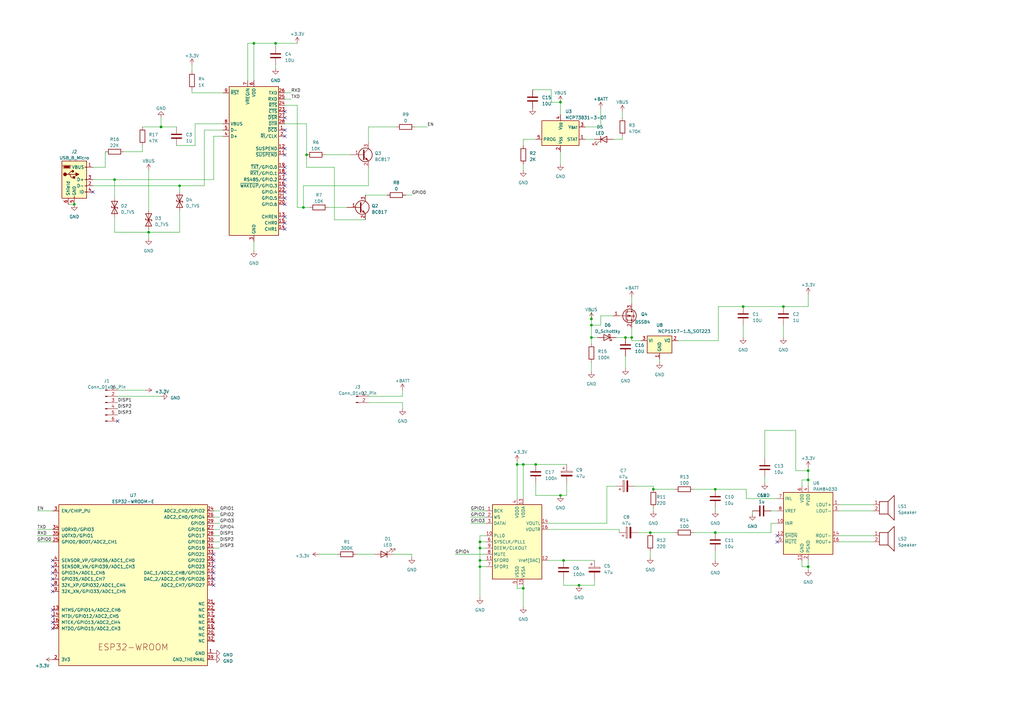
<source format=kicad_sch>
(kicad_sch (version 20230121) (generator eeschema)
  (paper "A3")
  (lib_symbols
    (symbol "Amplifier_Audio:PAM8403D"
      (property "Reference" "U" (at 1.27 16.51 0))
      (property "Value" "PAM8403D" (at 6.096 14.224 0))
      (symbol "PAM8403D_1_1"
        (pin output line (at 12.7 7.62 180) (length 2.54) (name "LOUT+") (number "1"))
        (pin input line (at -12.7 0 0) (length 2.54) (name "INR") (number "10"))
        (pin power_in line (at -2.54 -15.24 90) (length 2.54) (name "GND") (number "11"))
        (pin input line (at -12.7 -5.08 0) (length 2.54) (name "~{SHDN}") (number "12"))
        (pin passive line (at 0 15.24 270) (length 2.54) hide (name "PVDD") (number "13"))
        (pin output line (at 12.7 -5.08 180) (length 2.54) (name "ROUT-") (number "14"))
        (pin passive line (at 0 -15.24 90) (length 2.54) hide (name "PGND") (number "15"))
        (pin output line (at 12.7 -7.62 180) (length 2.54) (name "ROUT+") (number "16"))
        (pin power_in line (at 0 -15.24 90) (length 2.54) (name "PGND") (number "2"))
        (pin output line (at 12.7 5.08 180) (length 2.54) (name "LOUT-") (number "3"))
        (pin power_in line (at 0 15.24 270) (length 2.54) (name "PVDD") (number "4"))
        (pin input line (at -12.7 -7.62 0) (length 2.54) (name "~{MUTE}") (number "5"))
        (pin power_in line (at -2.54 15.24 270) (length 2.54) (name "VDD") (number "6"))
        (pin input line (at -12.7 10.16 0) (length 2.54) (name "INL") (number "7"))
        (pin input line (at -12.7 5.08 0) (length 2.54) (name "VREF") (number "8"))
        (pin no_connect line (at 10.16 -10.16 180) (length 2.54) hide (name "NC") (number "9"))
      )
    )
    (symbol "Audio:UDA1334ATS"
      (property "Reference" "U" (at -10.16 16.51 0))
      (property "Value" "UDA1334ATS" (at 3.81 16.51 0))
      (symbol "UDA1334ATS_1_1"
        (pin input line (at -12.7 12.7 0) (length 2.54) (name "BCK") (number "1"))
        (pin input line (at -12.7 2.54 0) (length 2.54) (name "PLL0") (number "10"))
        (pin input line (at -12.7 -7.62 0) (length 2.54) (name "SFOR0") (number "11"))
        (pin passive line (at 12.7 -7.62 180) (length 2.54) (name "Vref(DAC)") (number "12"))
        (pin power_in line (at 2.54 17.78 270) (length 2.54) (name "VDDA") (number "13"))
        (pin output line (at 12.7 7.62 180) (length 2.54) (name "VOUTL") (number "14"))
        (pin power_in line (at 2.54 -17.78 90) (length 2.54) (name "VSSA") (number "15"))
        (pin output line (at 12.7 5.08 180) (length 2.54) (name "VOUTR") (number "16"))
        (pin input line (at -12.7 10.16 0) (length 2.54) (name "WS") (number "2"))
        (pin input line (at -12.7 7.62 0) (length 2.54) (name "DATAI") (number "3"))
        (pin power_in line (at 0 17.78 270) (length 2.54) (name "VDDD") (number "4"))
        (pin power_in line (at 0 -17.78 90) (length 2.54) (name "VSSD") (number "5"))
        (pin input line (at -12.7 0 0) (length 2.54) (name "SYSCLK/PLL1") (number "6"))
        (pin input line (at -12.7 -10.16 0) (length 2.54) (name "SFOR1") (number "7"))
        (pin input line (at -12.7 -5.08 0) (length 2.54) (name "MUTE") (number "8"))
        (pin bidirectional line (at -12.7 -2.54 0) (length 2.54) (name "DEEM/CLKOUT") (number "9"))
      )
    )
    (symbol "Battery_Management:MCP73831-3-OT"
      (property "Reference" "U" (at -7.62 6.35 0))
      (property "Value" "MCP73831-3-OT" (at 1.27 6.35 0))
      (symbol "MCP73831-3-OT_1_1"
        (pin output line (at 10.16 -2.54 180) (length 2.54) (name "STAT") (number "1"))
        (pin power_in line (at 0 -7.62 90) (length 2.54) (name "V_{SS}") (number "2"))
        (pin power_out line (at 10.16 2.54 180) (length 2.54) (name "V_{BAT}") (number "3"))
        (pin power_in line (at 0 7.62 270) (length 2.54) (name "V_{DD}") (number "4"))
        (pin input line (at -10.16 -2.54 0) (length 2.54) (name "PROG") (number "5"))
      )
    )
    (symbol "Connector:Conn_01x02_Pin" (pin_names (offset 1.016) hide)
      (property "Reference" "J" (at 0 2.54 0))
      (property "Value" "Conn_01x02_Pin" (at 0 -5.08 0))
      (symbol "Conn_01x02_Pin_1_1"
        (pin passive line (at 5.08 0 180) (length 3.81) (name "Pin_1") (number "1"))
        (pin passive line (at 5.08 -2.54 180) (length 3.81) (name "Pin_2") (number "2"))
      )
    )
    (symbol "Connector:Conn_01x06_Pin" (pin_names (offset 1.016) hide)
      (property "Reference" "J" (at 0 7.62 0))
      (property "Value" "Conn_01x06_Pin" (at 0 -10.16 0))
      (symbol "Conn_01x06_Pin_1_1"
        (pin passive line (at 5.08 5.08 180) (length 3.81) (name "Pin_1") (number "1"))
        (pin passive line (at 5.08 2.54 180) (length 3.81) (name "Pin_2") (number "2"))
        (pin passive line (at 5.08 0 180) (length 3.81) (name "Pin_3") (number "3"))
        (pin passive line (at 5.08 -2.54 180) (length 3.81) (name "Pin_4") (number "4"))
        (pin passive line (at 5.08 -5.08 180) (length 3.81) (name "Pin_5") (number "5"))
        (pin passive line (at 5.08 -7.62 180) (length 3.81) (name "Pin_6") (number "6"))
      )
    )
    (symbol "Connector:USB_B_Micro" (pin_names (offset 1.016))
      (property "Reference" "J" (at -5.08 11.43 0))
      (property "Value" "USB_B_Micro" (at -5.08 8.89 0))
      (symbol "USB_B_Micro_1_1"
        (pin power_out line (at 7.62 5.08 180) (length 2.54) (name "VBUS") (number "1"))
        (pin bidirectional line (at 7.62 -2.54 180) (length 2.54) (name "D-") (number "2"))
        (pin bidirectional line (at 7.62 0 180) (length 2.54) (name "D+") (number "3"))
        (pin passive line (at 7.62 -5.08 180) (length 2.54) (name "ID") (number "4"))
        (pin power_out line (at 0 -10.16 90) (length 2.54) (name "GND") (number "5"))
        (pin passive line (at -2.54 -10.16 90) (length 2.54) (name "Shield") (number "6"))
      )
    )
    (symbol "Device:C" (pin_numbers hide) (pin_names (offset 0.254))
      (property "Reference" "C" (at 0.635 2.54 0))
      (property "Value" "C" (at 0.635 -2.54 0))
      (symbol "C_1_1"
        (pin passive line (at 0 3.81 270) (length 2.794) (name "~") (number "1"))
        (pin passive line (at 0 -3.81 90) (length 2.794) (name "~") (number "2"))
      )
    )
    (symbol "Device:C_Polarized" (pin_numbers hide) (pin_names (offset 0.254))
      (property "Reference" "C" (at 0.635 2.54 0))
      (property "Value" "C_Polarized" (at 0.635 -2.54 0))
      (symbol "C_Polarized_1_1"
        (pin passive line (at 0 3.81 270) (length 2.794) (name "~") (number "1"))
        (pin passive line (at 0 -3.81 90) (length 2.794) (name "~") (number "2"))
      )
    )
    (symbol "Device:D_Schottky" (pin_numbers hide) (pin_names (offset 1.016) hide)
      (property "Reference" "D" (at 0 2.54 0))
      (property "Value" "D_Schottky" (at 0 -2.54 0))
      (symbol "D_Schottky_1_1"
        (pin passive line (at -3.81 0 0) (length 2.54) (name "K") (number "1"))
        (pin passive line (at 3.81 0 180) (length 2.54) (name "A") (number "2"))
      )
    )
    (symbol "Device:D_TVS" (pin_numbers hide) (pin_names (offset 1.016) hide)
      (property "Reference" "D" (at 0 2.54 0))
      (property "Value" "D_TVS" (at 0 -2.54 0))
      (symbol "D_TVS_1_1"
        (pin passive line (at -3.81 0 0) (length 2.54) (name "A1") (number "1"))
        (pin passive line (at 3.81 0 180) (length 2.54) (name "A2") (number "2"))
      )
    )
    (symbol "Device:LED" (pin_numbers hide) (pin_names (offset 1.016) hide)
      (property "Reference" "D" (at 0 2.54 0))
      (property "Value" "LED" (at 0 -2.54 0))
      (symbol "LED_1_1"
        (pin passive line (at -3.81 0 0) (length 2.54) (name "K") (number "1"))
        (pin passive line (at 3.81 0 180) (length 2.54) (name "A") (number "2"))
      )
    )
    (symbol "Device:R" (pin_numbers hide) (pin_names (offset 0))
      (property "Reference" "R" (at 2.032 0 90))
      (property "Value" "R" (at 0 0 90))
      (symbol "R_1_1"
        (pin passive line (at 0 3.81 270) (length 1.27) (name "~") (number "1"))
        (pin passive line (at 0 -3.81 90) (length 1.27) (name "~") (number "2"))
      )
    )
    (symbol "Device:Speaker" (pin_names (offset 0) hide)
      (property "Reference" "LS" (at 1.27 5.715 0))
      (property "Value" "Speaker" (at 1.27 3.81 0))
      (symbol "Speaker_1_1"
        (pin input line (at -5.08 0 0) (length 2.54) (name "1") (number "1"))
        (pin input line (at -5.08 -2.54 0) (length 2.54) (name "2") (number "2"))
      )
    )
    (symbol "Espressif:ESP32-WROOM-E" (pin_names (offset 1.016))
      (property "Reference" "U" (at -30.48 38.1 0))
      (property "Value" "ESP32-WROOM-E" (at -30.48 35.56 0))
      (symbol "ESP32-WROOM-E_1_1"
        (text "ESP32-­WROOM­" (at 0 -25.4 0) (effects (font (size 2.54 2.54))))
        (pin power_in line (at 33.02 -27.94 180) (length 2.54) (name "GND") (number "1"))
        (pin bidirectional line (at 33.02 5.08 180) (length 2.54) (name "DAC_1/ADC2_CH8/GPIO25") (number "10"))
        (pin bidirectional line (at 33.02 2.54 180) (length 2.54) (name "DAC_2/ADC2_CH9/GPIO26") (number "11"))
        (pin bidirectional line (at 33.02 0 180) (length 2.54) (name "ADC2_CH7/GPIO27") (number "12"))
        (pin bidirectional line (at -33.02 -10.16 0) (length 2.54) (name "MTMS/GPIO14/ADC2_CH6") (number "13"))
        (pin bidirectional line (at -33.02 -12.7 0) (length 2.54) (name "MTDI/GPIO12/ADC2_CH5") (number "14"))
        (pin passive line (at 33.02 -27.94 180) (length 2.54) hide (name "GND") (number "15"))
        (pin bidirectional line (at -33.02 -15.24 0) (length 2.54) (name "MTCK/GPIO13/ADC2_CH4") (number "16"))
        (pin no_connect line (at 33.02 -12.7 180) (length 2.54) (name "NC") (number "17"))
        (pin no_connect line (at 33.02 -15.24 180) (length 2.54) (name "NC") (number "18"))
        (pin no_connect line (at 33.02 -17.78 180) (length 2.54) (name "NC") (number "19"))
        (pin power_in line (at -33.02 -30.48 0) (length 2.54) (name "3V3") (number "2"))
        (pin no_connect line (at 33.02 -20.32 180) (length 2.54) (name "NC") (number "20"))
        (pin no_connect line (at 33.02 -7.62 180) (length 2.54) (name "NC") (number "21"))
        (pin no_connect line (at 33.02 -10.16 180) (length 2.54) (name "NC") (number "22"))
        (pin bidirectional line (at -33.02 -17.78 0) (length 2.54) (name "MTDO/GPIO15/ADC2_CH3") (number "23"))
        (pin bidirectional line (at 33.02 30.48 180) (length 2.54) (name "ADC2_CH2/GPIO2") (number "24"))
        (pin bidirectional line (at -33.02 17.78 0) (length 2.54) (name "GPIO0/BOOT/ADC2_CH1") (number "25"))
        (pin bidirectional line (at 33.02 27.94 180) (length 2.54) (name "ADC2_CH0/GPIO4") (number "26"))
        (pin bidirectional line (at 33.02 22.86 180) (length 2.54) (name "GPIO16") (number "27"))
        (pin bidirectional line (at 33.02 20.32 180) (length 2.54) (name "GPIO17") (number "28"))
        (pin bidirectional line (at 33.02 25.4 180) (length 2.54) (name "GPIO5") (number "29"))
        (pin input line (at -33.02 30.48 0) (length 2.54) (name "EN/CHIP_PU") (number "3"))
        (pin bidirectional line (at 33.02 17.78 180) (length 2.54) (name "GPIO18") (number "30"))
        (pin bidirectional line (at 33.02 15.24 180) (length 2.54) (name "GPIO19") (number "31"))
        (pin no_connect line (at 33.02 -22.86 180) (length 2.54) (name "NC") (number "32"))
        (pin bidirectional line (at 33.02 12.7 180) (length 2.54) (name "GPIO21") (number "33"))
        (pin bidirectional line (at -33.02 22.86 0) (length 2.54) (name "U0RXD/GPIO3") (number "34"))
        (pin bidirectional line (at -33.02 20.32 0) (length 2.54) (name "U0TXD/GPIO1") (number "35"))
        (pin bidirectional line (at 33.02 10.16 180) (length 2.54) (name "GPIO22") (number "36"))
        (pin bidirectional line (at 33.02 7.62 180) (length 2.54) (name "GPIO23") (number "37"))
        (pin passive line (at 33.02 -27.94 180) (length 2.54) hide (name "GND") (number "38"))
        (pin power_in line (at 33.02 -30.48 180) (length 2.54) (name "GND_THERMAL") (number "39"))
        (pin input line (at -33.02 10.16 0) (length 2.54) (name "SENSOR_VP/GPIO36/ADC1_CH0") (number "4"))
        (pin input line (at -33.02 7.62 0) (length 2.54) (name "SENSOR_VN/GPIO39/ADC1_CH3") (number "5"))
        (pin input line (at -33.02 5.08 0) (length 2.54) (name "GPIO34/ADC1_CH6") (number "6"))
        (pin input line (at -33.02 2.54 0) (length 2.54) (name "GPIO35/ADC1_CH7") (number "7"))
        (pin bidirectional line (at -33.02 0 0) (length 2.54) (name "32K_XP/GPIO32/ADC1_CH4") (number "8"))
        (pin bidirectional line (at -33.02 -2.54 0) (length 2.54) (name "32K_XN/GPIO33/ADC1_CH5") (number "9"))
      )
    )
    (symbol "Interface_USB:CP2102N-Axx-xQFN28"
      (property "Reference" "U" (at -8.89 31.75 0))
      (property "Value" "CP2102N-Axx-xQFN28" (at 12.7 31.75 0))
      (symbol "CP2102N-Axx-xQFN28_1_1"
        (pin input line (at 12.7 12.7 180) (length 2.54) (name "~{DCD}") (number "1"))
        (pin no_connect line (at -10.16 -27.94 0) (length 2.54) hide (name "NC") (number "10"))
        (pin output line (at 12.7 2.54 180) (length 2.54) (name "~{SUSPEND}") (number "11"))
        (pin output line (at 12.7 5.08 180) (length 2.54) (name "SUSPEND") (number "12"))
        (pin output line (at 12.7 -22.86 180) (length 2.54) (name "CHREN") (number "13"))
        (pin output line (at 12.7 -27.94 180) (length 2.54) (name "CHR1") (number "14"))
        (pin output line (at 12.7 -25.4 180) (length 2.54) (name "CHR0") (number "15"))
        (pin bidirectional line (at 12.7 -10.16 180) (length 2.54) (name "~{WAKEUP}/GPIO.3") (number "16"))
        (pin bidirectional line (at 12.7 -7.62 180) (length 2.54) (name "RS485/GPIO.2") (number "17"))
        (pin bidirectional line (at 12.7 -5.08 180) (length 2.54) (name "~{RXT}/GPIO.1") (number "18"))
        (pin bidirectional line (at 12.7 -2.54 180) (length 2.54) (name "~{TXT}/GPIO.0") (number "19"))
        (pin bidirectional line (at 12.7 10.16 180) (length 2.54) (name "~{RI}/CLK") (number "2"))
        (pin bidirectional line (at 12.7 -17.78 180) (length 2.54) (name "GPIO.6") (number "20"))
        (pin bidirectional line (at 12.7 -15.24 180) (length 2.54) (name "GPIO.5") (number "21"))
        (pin bidirectional line (at 12.7 -12.7 180) (length 2.54) (name "GPIO.4") (number "22"))
        (pin input line (at 12.7 20.32 180) (length 2.54) (name "~{CTS}") (number "23"))
        (pin output line (at 12.7 22.86 180) (length 2.54) (name "~{RTS}") (number "24"))
        (pin input line (at 12.7 25.4 180) (length 2.54) (name "RXD") (number "25"))
        (pin output line (at 12.7 27.94 180) (length 2.54) (name "TXD") (number "26"))
        (pin input line (at 12.7 17.78 180) (length 2.54) (name "~{DSR}") (number "27"))
        (pin output line (at 12.7 15.24 180) (length 2.54) (name "~{DTR}") (number "28"))
        (pin passive line (at 0 -33.02 90) (length 2.54) hide (name "GND") (number "29"))
        (pin power_in line (at 0 -33.02 90) (length 2.54) (name "GND") (number "3"))
        (pin bidirectional line (at -12.7 10.16 0) (length 2.54) (name "D+") (number "4"))
        (pin bidirectional line (at -12.7 12.7 0) (length 2.54) (name "D-") (number "5"))
        (pin power_in line (at 0 33.02 270) (length 2.54) (name "VDD") (number "6"))
        (pin power_in line (at -2.54 33.02 270) (length 2.54) (name "VREGIN") (number "7"))
        (pin input line (at -12.7 15.24 0) (length 2.54) (name "VBUS") (number "8"))
        (pin input line (at -12.7 27.94 0) (length 2.54) (name "~{RST}") (number "9"))
      )
    )
    (symbol "Regulator_Linear:NCP1117-1.5_SOT223"
      (property "Reference" "U" (at -3.81 3.175 0))
      (property "Value" "NCP1117-1.5_SOT223" (at 0 3.175 0))
      (symbol "NCP1117-1.5_SOT223_1_1"
        (pin power_in line (at 0 -7.62 90) (length 2.54) (name "GND") (number "1"))
        (pin power_out line (at 7.62 0 180) (length 2.54) (name "VO") (number "2"))
        (pin power_in line (at -7.62 0 0) (length 2.54) (name "VI") (number "3"))
      )
    )
    (symbol "Transistor_BJT:BC817" (pin_names (offset 0) hide)
      (property "Reference" "Q" (at 5.08 1.905 0))
      (property "Value" "BC817" (at 5.08 0 0))
      (symbol "BC817_1_1"
        (pin input line (at -5.08 0 0) (length 5.715) (name "B") (number "1"))
        (pin passive line (at 2.54 -5.08 90) (length 2.54) (name "E") (number "2"))
        (pin passive line (at 2.54 5.08 270) (length 2.54) (name "C") (number "3"))
      )
    )
    (symbol "Transistor_FET:BSS84" (pin_names hide)
      (property "Reference" "Q" (at 5.08 1.905 0))
      (property "Value" "BSS84" (at 5.08 0 0))
      (symbol "BSS84_1_1"
        (pin input line (at -5.08 0 0) (length 2.54) (name "G") (number "1"))
        (pin passive line (at 2.54 -5.08 90) (length 2.54) (name "S") (number "2"))
        (pin passive line (at 2.54 5.08 270) (length 2.54) (name "D") (number "3"))
      )
    )
    (symbol "power:+3.3V" (power) (pin_names (offset 0))
      (property "Value" "+3.3V" (at 0 3.556 0))
      (symbol "+3.3V_1_1"
        (pin power_in line (at 0 0 90) (length 0) hide (name "+3.3V") (number "1"))
      )
    )
    (symbol "power:+BATT" (power) (pin_names (offset 0))
      (property "Value" "+BATT" (at 0 3.556 0))
      (symbol "+BATT_1_1"
        (pin power_in line (at 0 0 90) (length 0) hide (name "+BATT") (number "1"))
      )
    )
    (symbol "power:GND" (power) (pin_names (offset 0))
      (property "Value" "GND" (at 0 -3.81 0))
      (symbol "GND_1_1"
        (pin power_in line (at 0 0 270) (length 0) hide (name "GND") (number "1"))
      )
    )
    (symbol "power:VBUS" (power) (pin_names (offset 0))
      (property "Value" "VBUS" (at 0 3.81 0))
      (symbol "VBUS_1_1"
        (pin power_in line (at 0 0 90) (length 0) hide (name "VBUS") (number "1"))
      )
    )
  )
  (junction (at 293.37 200.66))
  (junction (at 66.04 52.07))
  (junction (at 196.85 232.41))
  (junction (at 331.47 196.85))
  (junction (at 73.66 76.2))
  (junction (at 214.63 190.5))
  (junction (at 229.87 203.2))
  (junction (at 267.97 200.66))
  (junction (at 293.37 218.44))
  (junction (at 242.57 133.35))
  (junction (at 231.14 229.87))
  (junction (at 304.8 125.73))
  (junction (at 113.03 17.78))
  (junction (at 104.14 17.78))
  (junction (at 266.7 218.44))
  (junction (at 125.73 63.5))
  (junction (at 242.57 138.43))
  (junction (at 196.85 224.79))
  (junction (at 331.47 193.04))
  (junction (at 212.09 190.5))
  (junction (at 30.48 83.82))
  (junction (at 214.63 241.3))
  (junction (at 46.99 73.66))
  (junction (at 256.54 138.43))
  (junction (at 237.49 240.03))
  (junction (at 331.47 232.41))
  (junction (at 219.71 190.5))
  (junction (at 124.46 85.09))
  (junction (at 242.57 130.81))
  (junction (at 321.31 125.73))
  (junction (at 60.96 95.25))
  (junction (at 196.85 229.87))
  (junction (at 259.08 138.43))
  (junction (at 196.85 222.25))
  (junction (at 229.87 41.91))
  (no_connect (at 116.84 81.28))
  (no_connect (at 21.59 252.73))
  (no_connect (at 116.84 53.34))
  (no_connect (at 87.63 227.33))
  (no_connect (at 116.84 76.2))
  (no_connect (at 116.84 91.44))
  (no_connect (at 87.63 232.41))
  (no_connect (at 21.59 242.57))
  (no_connect (at 116.84 60.96))
  (no_connect (at 318.77 222.25))
  (no_connect (at 116.84 45.72))
  (no_connect (at 116.84 93.98))
  (no_connect (at 21.59 232.41))
  (no_connect (at 87.63 237.49))
  (no_connect (at 21.59 255.27))
  (no_connect (at 116.84 48.26))
  (no_connect (at 116.84 78.74))
  (no_connect (at 21.59 234.95))
  (no_connect (at 21.59 229.87))
  (no_connect (at 116.84 83.82))
  (no_connect (at 21.59 240.03))
  (no_connect (at 21.59 250.19))
  (no_connect (at 21.59 257.81))
  (no_connect (at 116.84 68.58))
  (no_connect (at 87.63 234.95))
  (no_connect (at 38.1 78.74))
  (no_connect (at 116.84 88.9))
  (no_connect (at 318.77 219.71))
  (no_connect (at 87.63 229.87))
  (no_connect (at 116.84 63.5))
  (no_connect (at 87.63 240.03))
  (no_connect (at 48.26 172.72))
  (no_connect (at 116.84 71.12))
  (no_connect (at 21.59 237.49))
  (no_connect (at 116.84 73.66))
  (no_connect (at 116.84 55.88))
  (wire (pts (xy 193.04 209.55) (xy 199.39 209.55)))
  (wire (pts (xy 326.39 193.04) (xy 331.47 193.04)))
  (wire (pts (xy 246.38 129.54) (xy 246.38 133.35)))
  (wire (pts (xy 101.6 33.02) (xy 101.6 17.78)))
  (wire (pts (xy 318.77 214.63) (xy 316.23 214.63)))
  (wire (pts (xy 91.44 50.8) (xy 80.01 50.8)))
  (wire (pts (xy 15.24 222.25) (xy 21.59 222.25)))
  (wire (pts (xy 232.41 198.12) (xy 232.41 203.2)))
  (wire (pts (xy 313.69 195.58) (xy 313.69 198.12)))
  (wire (pts (xy 308.61 209.55) (xy 308.61 210.82)))
  (wire (pts (xy 344.17 209.55) (xy 358.14 209.55)))
  (wire (pts (xy 255.27 45.72) (xy 255.27 48.26)))
  (wire (pts (xy 27.94 83.82) (xy 30.48 83.82)))
  (wire (pts (xy 199.39 219.71) (xy 196.85 219.71)))
  (wire (pts (xy 73.66 86.36) (xy 73.66 95.25)))
  (wire (pts (xy 316.23 209.55) (xy 318.77 209.55)))
  (wire (pts (xy 80.01 50.8) (xy 80.01 59.69)))
  (wire (pts (xy 259.08 124.46) (xy 259.08 121.92)))
  (wire (pts (xy 196.85 222.25) (xy 196.85 224.79)))
  (wire (pts (xy 87.63 217.17) (xy 90.17 217.17)))
  (wire (pts (xy 58.42 52.07) (xy 66.04 52.07)))
  (wire (pts (xy 101.6 17.78) (xy 104.14 17.78)))
  (wire (pts (xy 214.63 240.03) (xy 214.63 241.3)))
  (wire (pts (xy 124.46 76.2) (xy 124.46 85.09)))
  (wire (pts (xy 87.63 209.55) (xy 90.17 209.55)))
  (wire (pts (xy 246.38 133.35) (xy 242.57 133.35)))
  (wire (pts (xy 196.85 219.71) (xy 196.85 222.25)))
  (wire (pts (xy 294.64 125.73) (xy 294.64 139.7)))
  (wire (pts (xy 328.93 232.41) (xy 331.47 232.41)))
  (wire (pts (xy 270.51 147.32) (xy 270.51 148.59)))
  (wire (pts (xy 116.84 40.64) (xy 119.38 40.64)))
  (wire (pts (xy 66.04 48.26) (xy 66.04 52.07)))
  (wire (pts (xy 231.14 240.03) (xy 237.49 240.03)))
  (wire (pts (xy 60.96 93.98) (xy 60.96 95.25)))
  (wire (pts (xy 87.63 222.25) (xy 90.17 222.25)))
  (wire (pts (xy 240.03 57.15) (xy 243.84 57.15)))
  (wire (pts (xy 83.82 53.34) (xy 91.44 53.34)))
  (wire (pts (xy 212.09 189.23) (xy 212.09 190.5)))
  (wire (pts (xy 316.23 214.63) (xy 316.23 218.44)))
  (wire (pts (xy 240.03 52.07) (xy 246.38 52.07)))
  (wire (pts (xy 46.99 73.66) (xy 46.99 81.28)))
  (wire (pts (xy 116.84 43.18) (xy 121.92 43.18)))
  (wire (pts (xy 224.79 229.87) (xy 231.14 229.87)))
  (wire (pts (xy 134.62 85.09) (xy 142.24 85.09)))
  (wire (pts (xy 130.81 227.33) (xy 138.43 227.33)))
  (wire (pts (xy 259.08 139.7) (xy 259.08 138.43)))
  (wire (pts (xy 146.05 227.33) (xy 153.67 227.33)))
  (wire (pts (xy 214.63 67.31) (xy 214.63 69.85)))
  (wire (pts (xy 113.03 17.78) (xy 121.92 17.78)))
  (wire (pts (xy 278.13 139.7) (xy 294.64 139.7)))
  (wire (pts (xy 193.04 212.09) (xy 199.39 212.09)))
  (wire (pts (xy 267.97 199.39) (xy 267.97 200.66)))
  (wire (pts (xy 242.57 138.43) (xy 245.11 138.43)))
  (wire (pts (xy 196.85 232.41) (xy 196.85 245.11)))
  (wire (pts (xy 266.7 218.44) (xy 276.86 218.44)))
  (wire (pts (xy 38.1 76.2) (xy 73.66 76.2)))
  (wire (pts (xy 87.63 214.63) (xy 90.17 214.63)))
  (wire (pts (xy 50.8 62.23) (xy 58.42 62.23)))
  (wire (pts (xy 304.8 133.35) (xy 304.8 138.43)))
  (wire (pts (xy 260.35 199.39) (xy 267.97 199.39)))
  (wire (pts (xy 196.85 224.79) (xy 199.39 224.79)))
  (wire (pts (xy 266.7 226.06) (xy 266.7 228.6)))
  (wire (pts (xy 214.63 57.15) (xy 214.63 59.69)))
  (wire (pts (xy 137.16 68.58) (xy 125.73 68.58)))
  (wire (pts (xy 224.79 214.63) (xy 248.92 214.63)))
  (wire (pts (xy 137.16 90.17) (xy 137.16 68.58)))
  (wire (pts (xy 151.13 52.07) (xy 162.56 52.07)))
  (wire (pts (xy 87.63 212.09) (xy 90.17 212.09)))
  (wire (pts (xy 284.48 200.66) (xy 293.37 200.66)))
  (wire (pts (xy 293.37 226.06) (xy 293.37 229.87)))
  (wire (pts (xy 331.47 196.85) (xy 331.47 199.39)))
  (wire (pts (xy 46.99 88.9) (xy 46.99 95.25)))
  (wire (pts (xy 38.1 68.58) (xy 43.18 68.58)))
  (wire (pts (xy 242.57 138.43) (xy 242.57 140.97)))
  (wire (pts (xy 344.17 222.25) (xy 358.14 222.25)))
  (wire (pts (xy 304.8 125.73) (xy 294.64 125.73)))
  (wire (pts (xy 149.86 80.01) (xy 158.75 80.01)))
  (wire (pts (xy 149.86 90.17) (xy 137.16 90.17)))
  (wire (pts (xy 261.62 218.44) (xy 266.7 218.44)))
  (wire (pts (xy 331.47 232.41) (xy 331.47 233.68)))
  (wire (pts (xy 87.63 224.79) (xy 90.17 224.79)))
  (wire (pts (xy 328.93 196.85) (xy 331.47 196.85)))
  (wire (pts (xy 186.69 227.33) (xy 199.39 227.33)))
  (wire (pts (xy 58.42 62.23) (xy 58.42 59.69)))
  (wire (pts (xy 15.24 217.17) (xy 21.59 217.17)))
  (wire (pts (xy 87.63 55.88) (xy 91.44 55.88)))
  (wire (pts (xy 113.03 26.67) (xy 113.03 27.94)))
  (wire (pts (xy 255.27 57.15) (xy 255.27 55.88)))
  (wire (pts (xy 212.09 241.3) (xy 214.63 241.3)))
  (wire (pts (xy 15.24 209.55) (xy 21.59 209.55)))
  (wire (pts (xy 226.06 36.83) (xy 226.06 41.91)))
  (wire (pts (xy 284.48 218.44) (xy 293.37 218.44)))
  (wire (pts (xy 248.92 199.39) (xy 252.73 199.39)))
  (wire (pts (xy 218.44 36.83) (xy 226.06 36.83)))
  (wire (pts (xy 229.87 46.99) (xy 229.87 41.91)))
  (wire (pts (xy 151.13 162.56) (xy 165.1 162.56)))
  (wire (pts (xy 219.71 57.15) (xy 214.63 57.15)))
  (wire (pts (xy 242.57 130.81) (xy 242.57 133.35)))
  (wire (pts (xy 78.74 26.67) (xy 78.74 29.21)))
  (wire (pts (xy 328.93 199.39) (xy 328.93 196.85)))
  (wire (pts (xy 256.54 138.43) (xy 259.08 138.43)))
  (wire (pts (xy 246.38 52.07) (xy 246.38 44.45)))
  (wire (pts (xy 212.09 190.5) (xy 214.63 190.5)))
  (wire (pts (xy 248.92 214.63) (xy 248.92 199.39)))
  (wire (pts (xy 165.1 165.1) (xy 165.1 167.64)))
  (wire (pts (xy 166.37 80.01) (xy 168.91 80.01)))
  (wire (pts (xy 73.66 76.2) (xy 73.66 78.74)))
  (wire (pts (xy 214.63 190.5) (xy 219.71 190.5)))
  (wire (pts (xy 212.09 190.5) (xy 212.09 204.47)))
  (wire (pts (xy 243.84 240.03) (xy 237.49 240.03)))
  (wire (pts (xy 242.57 148.59) (xy 242.57 152.4)))
  (wire (pts (xy 252.73 138.43) (xy 256.54 138.43)))
  (wire (pts (xy 344.17 207.01) (xy 358.14 207.01)))
  (wire (pts (xy 331.47 229.87) (xy 331.47 232.41)))
  (wire (pts (xy 313.69 187.96) (xy 313.69 176.53)))
  (wire (pts (xy 193.04 214.63) (xy 199.39 214.63)))
  (wire (pts (xy 125.73 50.8) (xy 125.73 63.5)))
  (wire (pts (xy 161.29 227.33) (xy 168.91 227.33)))
  (wire (pts (xy 66.04 52.07) (xy 72.39 52.07)))
  (wire (pts (xy 304.8 125.73) (xy 321.31 125.73)))
  (wire (pts (xy 313.69 176.53) (xy 326.39 176.53)))
  (wire (pts (xy 15.24 219.71) (xy 21.59 219.71)))
  (wire (pts (xy 219.71 203.2) (xy 229.87 203.2)))
  (wire (pts (xy 83.82 76.2) (xy 83.82 53.34)))
  (wire (pts (xy 212.09 240.03) (xy 212.09 241.3)))
  (wire (pts (xy 331.47 120.65) (xy 331.47 125.73)))
  (wire (pts (xy 46.99 73.66) (xy 87.63 73.66)))
  (wire (pts (xy 87.63 219.71) (xy 90.17 219.71)))
  (wire (pts (xy 121.92 43.18) (xy 121.92 85.09)))
  (wire (pts (xy 256.54 146.05) (xy 256.54 151.13)))
  (wire (pts (xy 60.96 95.25) (xy 60.96 97.79)))
  (wire (pts (xy 251.46 129.54) (xy 246.38 129.54)))
  (wire (pts (xy 254 217.17) (xy 254 218.44)))
  (wire (pts (xy 170.18 52.07) (xy 175.26 52.07)))
  (wire (pts (xy 73.66 95.25) (xy 60.96 95.25)))
  (wire (pts (xy 331.47 125.73) (xy 321.31 125.73)))
  (wire (pts (xy 259.08 134.62) (xy 259.08 138.43)))
  (wire (pts (xy 231.14 229.87) (xy 243.84 229.87)))
  (wire (pts (xy 219.71 190.5) (xy 232.41 190.5)))
  (wire (pts (xy 318.77 204.47) (xy 306.07 204.47)))
  (wire (pts (xy 326.39 176.53) (xy 326.39 193.04)))
  (wire (pts (xy 80.01 59.69) (xy 72.39 59.69)))
  (wire (pts (xy 231.14 237.49) (xy 231.14 240.03)))
  (wire (pts (xy 196.85 229.87) (xy 196.85 232.41)))
  (wire (pts (xy 87.63 73.66) (xy 87.63 55.88)))
  (wire (pts (xy 306.07 204.47) (xy 306.07 200.66)))
  (wire (pts (xy 43.18 68.58) (xy 43.18 62.23)))
  (wire (pts (xy 46.99 95.25) (xy 60.96 95.25)))
  (wire (pts (xy 121.92 85.09) (xy 124.46 85.09)))
  (wire (pts (xy 151.13 58.42) (xy 151.13 52.07)))
  (wire (pts (xy 104.14 17.78) (xy 104.14 33.02)))
  (wire (pts (xy 229.87 62.23) (xy 229.87 67.31)))
  (wire (pts (xy 267.97 209.55) (xy 267.97 208.28)))
  (wire (pts (xy 78.74 38.1) (xy 78.74 36.83)))
  (wire (pts (xy 165.1 162.56) (xy 165.1 160.02)))
  (wire (pts (xy 113.03 17.78) (xy 113.03 19.05)))
  (wire (pts (xy 104.14 99.06) (xy 104.14 102.87)))
  (wire (pts (xy 226.06 41.91) (xy 229.87 41.91)))
  (wire (pts (xy 328.93 229.87) (xy 328.93 232.41)))
  (wire (pts (xy 151.13 165.1) (xy 165.1 165.1)))
  (wire (pts (xy 243.84 237.49) (xy 243.84 240.03)))
  (wire (pts (xy 331.47 191.77) (xy 331.47 193.04)))
  (wire (pts (xy 196.85 229.87) (xy 199.39 229.87)))
  (wire (pts (xy 242.57 133.35) (xy 242.57 138.43)))
  (wire (pts (xy 316.23 218.44) (xy 293.37 218.44)))
  (wire (pts (xy 125.73 63.5) (xy 125.73 68.58)))
  (wire (pts (xy 224.79 217.17) (xy 254 217.17)))
  (wire (pts (xy 214.63 190.5) (xy 214.63 204.47)))
  (wire (pts (xy 267.97 200.66) (xy 276.86 200.66)))
  (wire (pts (xy 168.91 227.33) (xy 168.91 228.6)))
  (wire (pts (xy 124.46 85.09) (xy 127 85.09)))
  (wire (pts (xy 293.37 208.28) (xy 293.37 209.55)))
  (wire (pts (xy 214.63 241.3) (xy 214.63 248.92)))
  (wire (pts (xy 331.47 193.04) (xy 331.47 196.85)))
  (wire (pts (xy 196.85 224.79) (xy 196.85 229.87)))
  (wire (pts (xy 73.66 76.2) (xy 83.82 76.2)))
  (wire (pts (xy 116.84 50.8) (xy 125.73 50.8)))
  (wire (pts (xy 133.35 63.5) (xy 143.51 63.5)))
  (wire (pts (xy 116.84 38.1) (xy 119.38 38.1)))
  (wire (pts (xy 321.31 133.35) (xy 321.31 138.43)))
  (wire (pts (xy 151.13 76.2) (xy 124.46 76.2)))
  (wire (pts (xy 196.85 222.25) (xy 199.39 222.25)))
  (wire (pts (xy 91.44 38.1) (xy 78.74 38.1)))
  (wire (pts (xy 232.41 203.2) (xy 229.87 203.2)))
  (wire (pts (xy 251.46 57.15) (xy 255.27 57.15)))
  (wire (pts (xy 344.17 219.71) (xy 358.14 219.71)))
  (wire (pts (xy 48.26 160.02) (xy 59.69 160.02)))
  (wire (pts (xy 293.37 200.66) (xy 306.07 200.66)))
  (wire (pts (xy 196.85 232.41) (xy 199.39 232.41)))
  (wire (pts (xy 60.96 69.85) (xy 60.96 86.36)))
  (wire (pts (xy 48.26 162.56) (xy 66.04 162.56)))
  (wire (pts (xy 104.14 17.78) (xy 113.03 17.78)))
  (wire (pts (xy 259.08 139.7) (xy 262.89 139.7)))
  (wire (pts (xy 151.13 68.58) (xy 151.13 76.2)))
  (wire (pts (xy 38.1 73.66) (xy 46.99 73.66)))
  (wire (pts (xy 219.71 198.12) (xy 219.71 203.2)))
  (wire (pts (xy 242.57 127) (xy 242.57 130.81)))
  (label "GPIO1" (at 90.17 209.55 0))
  (label "DISP3" (at 90.17 224.79 0))
  (label "GPIO4" (at 186.69 227.33 0))
  (label "TXD" (at 15.24 217.17 0))
  (label "GPIO3" (at 193.04 214.63 0))
  (label "GPIO0" (at 168.91 80.01 0))
  (label "DISP2" (at 48.26 167.64 0))
  (label "EN" (at 15.24 209.55 0))
  (label "GPIO1" (at 193.04 209.55 0))
  (label "DISP3" (at 48.26 170.18 0))
  (label "GPIO2" (at 90.17 212.09 0))
  (label "DISP1" (at 90.17 219.71 0))
  (label "GPIO4" (at 90.17 217.17 0))
  (label "GPIO2" (at 193.04 212.09 0))
  (label "DISP1" (at 48.26 165.1 0))
  (label "RXD" (at 15.24 219.71 0))
  (label "GPIO0" (at 15.24 222.25 0))
  (label "TXD" (at 119.38 40.64 0))
  (label "EN" (at 175.26 52.07 0))
  (label "DISP2" (at 90.17 222.25 0))
  (label "GPIO3" (at 90.17 214.63 0))
  (label "RXD" (at 119.38 38.1 0))
  (symbol (lib_id "power:GND") (at 237.49 240.03 0) (unit 1)
    (property "Reference" "#PWR023" (effects hide))
    (property "Value" "GND" (at 237.49 245.11 0))
  )
  (symbol (lib_id "power:GND") (at 308.61 210.82 0) (unit 1)
    (property "Reference" "#PWR026" (effects hide))
    (property "Value" "GND" (at 308.61 215.9 0))
  )
  (symbol (lib_id "power:GND") (at 168.91 228.6 0) (unit 1)
    (property "Reference" "#PWR09" (effects hide))
    (property "Value" "GND" (at 168.91 233.68 0))
  )
  (symbol (lib_id "Transistor_BJT:BC817") (at 148.59 63.5 0) (unit 1)
    (property "Reference" "Q3" (at 153.67 62.865 0) (effects (justify left)))
    (property "Value" "BC817" (at 153.67 65.405 0) (effects (justify left)))
    (property "Footprint" "Package_TO_SOT_SMD:SOT-23" (effects hide))
    (property "Datasheet" "https://www.onsemi.com/pub/Collateral/BC818-D.pdf" (effects hide))
  )
  (symbol (lib_id "power:+BATT") (at 259.08 121.92 0) (unit 1)
    (property "Reference" "#PWR045" (effects hide))
    (property "Value" "+BATT" (at 259.08 118.11 0))
  )
  (symbol (lib_id "Device:Speaker") (at 363.22 219.71 0) (unit 1)
    (property "Reference" "LS2" (at 368.3 220.98 0) (effects (justify left)))
    (property "Value" "Speaker" (at 368.3 223.52 0) (effects (justify left)))
    (property "Footprint" "TerminalBlock:TerminalBlock_Altech_AK300-2_P5.00mm" (effects hide))
  )
  (symbol (lib_id "Device:R") (at 255.27 52.07 0) (unit 1)
    (property "Reference" "R3" (at 257.81 51.435 0) (effects (justify left)))
    (property "Value" "470K" (at 257.81 53.975 0) (effects (justify left)))
    (property "Footprint" "Resistor_SMD:R_0805_2012Metric" (effects hide))
  )
  (symbol (lib_id "power:GND") (at 256.54 151.13 0) (unit 1)
    (property "Reference" "#PWR044" (effects hide))
    (property "Value" "GND" (at 256.54 156.21 0))
  )
  (symbol (lib_id "power:GND") (at 293.37 209.55 0) (unit 1)
    (property "Reference" "#PWR030" (effects hide))
    (property "Value" "GND" (at 293.37 214.63 0))
  )
  (symbol (lib_id "Device:C") (at 256.54 142.24 0) (unit 1)
    (property "Reference" "C16" (at 260.35 141.605 0) (effects (justify left)))
    (property "Value" "10U" (at 260.35 144.145 0) (effects (justify left)))
    (property "Footprint" "Capacitor_SMD:C_0805_2012Metric" (effects hide))
  )
  (symbol (lib_id "Device:C") (at 304.8 129.54 0) (unit 1)
    (property "Reference" "C1" (at 308.61 128.905 0) (effects (justify left)))
    (property "Value" "10U" (at 308.61 131.445 0) (effects (justify left)))
    (property "Footprint" "Capacitor_SMD:C_0805_2012Metric" (effects hide))
  )
  (symbol (lib_id "Device:R") (at 58.42 55.88 0) (unit 1)
    (property "Reference" "R17" (at 60.96 55.245 0) (effects (justify left)))
    (property "Value" "47K" (at 60.96 57.785 0) (effects (justify left)))
    (property "Footprint" "Resistor_SMD:R_0805_2012Metric" (effects hide))
  )
  (symbol (lib_id "Transistor_BJT:BC817") (at 147.32 85.09 0) (unit 1)
    (property "Reference" "Q2" (at 152.4 84.455 0) (effects (justify left)))
    (property "Value" "BC817" (at 152.4 86.995 0) (effects (justify left)))
    (property "Footprint" "Package_TO_SOT_SMD:SOT-23" (effects hide))
    (property "Datasheet" "https://www.onsemi.com/pub/Collateral/BC818-D.pdf" (effects hide))
  )
  (symbol (lib_id "Device:LED") (at 247.65 57.15 0) (unit 1)
    (property "Reference" "D5" (at 246.0625 52.07 0))
    (property "Value" "LED" (at 246.0625 54.61 0))
    (property "Footprint" "LED_SMD:LED_0805_2012Metric" (effects hide))
  )
  (symbol (lib_id "Regulator_Linear:NCP1117-1.5_SOT223") (at 270.51 139.7 0) (unit 1)
    (property "Reference" "U8" (at 270.51 133.35 0))
    (property "Value" "NCP1117-1.5_SOT223" (at 280.67 135.89 0))
    (property "Footprint" "Package_TO_SOT_SMD:SOT-223-3_TabPin2" (effects hide))
    (property "Datasheet" "http://www.onsemi.com/pub_link/Collateral/NCP1117-D.PDF" (effects hide))
  )
  (symbol (lib_id "power:+3.3V") (at 331.47 191.77 0) (unit 1)
    (property "Reference" "#PWR024" (effects hide))
    (property "Value" "+3.3V" (at 331.47 187.96 0))
  )
  (symbol (lib_id "power:GND") (at 270.51 148.59 0) (unit 1)
    (property "Reference" "#PWR046" (effects hide))
    (property "Value" "GND" (at 270.51 153.67 0))
  )
  (symbol (lib_id "Device:R") (at 129.54 63.5 90) (unit 1)
    (property "Reference" "R6" (at 129.54 58.42 90))
    (property "Value" "10K" (at 129.54 60.96 90))
    (property "Footprint" "Resistor_SMD:R_0805_2012Metric" (effects hide))
  )
  (symbol (lib_id "Device:C") (at 293.37 222.25 0) (unit 1)
    (property "Reference" "C11" (at 297.18 221.615 0) (effects (justify left)))
    (property "Value" "10u" (at 297.18 224.155 0) (effects (justify left)))
    (property "Footprint" "Capacitor_SMD:C_0805_2012Metric" (effects hide))
  )
  (symbol (lib_id "Device:C") (at 312.42 209.55 90) (unit 1)
    (property "Reference" "C12" (at 312.42 203.2 90))
    (property "Value" "1u" (at 312.42 205.74 90))
    (property "Footprint" "Capacitor_SMD:C_0805_2012Metric" (effects hide))
  )
  (symbol (lib_id "power:VBUS") (at 242.57 130.81 0) (unit 1)
    (property "Reference" "#PWR042" (effects hide))
    (property "Value" "VBUS" (at 242.57 127 0))
  )
  (symbol (lib_id "power:GND") (at 267.97 209.55 0) (unit 1)
    (property "Reference" "#PWR032" (effects hide))
    (property "Value" "GND" (at 267.97 214.63 0))
  )
  (symbol (lib_id "Transistor_FET:BSS84") (at 256.54 129.54 0) (unit 1)
    (property "Reference" "Q4" (at 262.89 128.905 0) (effects (justify left)))
    (property "Value" "BSS84" (at 260.35 132.08 0) (effects (justify left)))
    (property "Footprint" "Package_TO_SOT_SMD:SOT-23" (effects hide))
    (property "Datasheet" "http://assets.nexperia.com/documents/data-sheet/BSS84.pdf" (effects hide))
  )
  (symbol (lib_id "power:GND") (at 331.47 233.68 0) (unit 1)
    (property "Reference" "#PWR027" (effects hide))
    (property "Value" "GND" (at 331.47 238.76 0))
  )
  (symbol (lib_id "Device:R") (at 266.7 222.25 0) (unit 1)
    (property "Reference" "R12" (at 269.24 221.615 0) (effects (justify left)))
    (property "Value" "220" (at 269.24 224.155 0) (effects (justify left)))
    (property "Footprint" "Resistor_SMD:R_0805_2012Metric" (effects hide))
  )
  (symbol (lib_id "power:GND") (at 229.87 203.2 0) (unit 1)
    (property "Reference" "#PWR047" (effects hide))
    (property "Value" "GND" (at 229.87 208.28 0))
  )
  (symbol (lib_id "Connector:Conn_01x06_Pin") (at 43.18 165.1 0) (unit 1)
    (property "Reference" "J1" (at 43.815 156.21 0))
    (property "Value" "Conn_01x06_Pin" (at 43.815 158.75 0))
    (property "Footprint" "Connector_PinHeader_2.54mm:PinHeader_1x06_P2.54mm_Vertical" (effects hide))
  )
  (symbol (lib_id "Device:R") (at 214.63 63.5 0) (unit 1)
    (property "Reference" "R2" (at 217.17 62.865 0) (effects (justify left)))
    (property "Value" "2K" (at 217.17 65.405 0) (effects (justify left)))
    (property "Footprint" "Resistor_SMD:R_0805_2012Metric" (effects hide))
  )
  (symbol (lib_id "Device:Speaker") (at 363.22 207.01 0) (unit 1)
    (property "Reference" "LS1" (at 368.3 207.645 0) (effects (justify left)))
    (property "Value" "Speaker" (at 368.3 210.185 0) (effects (justify left)))
    (property "Footprint" "TerminalBlock:TerminalBlock_Altech_AK300-2_P5.00mm" (effects hide))
  )
  (symbol (lib_id "Device:R") (at 46.99 62.23 90) (unit 1)
    (property "Reference" "R16" (at 46.99 57.15 90))
    (property "Value" "22K" (at 46.99 59.69 90))
    (property "Footprint" "Resistor_SMD:R_0805_2012Metric" (effects hide))
  )
  (symbol (lib_id "power:GND") (at 165.1 167.64 0) (unit 1)
    (property "Reference" "#PWR08" (effects hide))
    (property "Value" "GND" (at 165.1 172.72 0))
  )
  (symbol (lib_id "power:+BATT") (at 246.38 44.45 0) (unit 1)
    (property "Reference" "#PWR016" (effects hide))
    (property "Value" "+BATT" (at 246.38 40.64 0))
  )
  (symbol (lib_id "Device:C") (at 113.03 22.86 0) (unit 1)
    (property "Reference" "C4" (at 116.84 22.225 0) (effects (justify left)))
    (property "Value" "10U" (at 116.84 24.765 0) (effects (justify left)))
    (property "Footprint" "Capacitor_SMD:C_0805_2012Metric" (effects hide))
  )
  (symbol (lib_id "power:GND") (at 113.03 27.94 0) (unit 1)
    (property "Reference" "#PWR017" (effects hide))
    (property "Value" "GND" (at 113.03 33.02 0))
  )
  (symbol (lib_id "Device:C_Polarized") (at 256.54 199.39 90) (unit 1)
    (property "Reference" "C7" (at 255.651 193.04 90))
    (property "Value" "47u" (at 255.651 195.58 90))
    (property "Footprint" "Capacitor_SMD:C_Elec_8x10.2" (effects hide))
  )
  (symbol (lib_id "Device:R") (at 267.97 204.47 0) (unit 1)
    (property "Reference" "R11" (at 269.24 203.835 0) (effects (justify left)))
    (property "Value" "220" (at 269.24 206.375 0) (effects (justify left)))
    (property "Footprint" "Resistor_SMD:R_0805_2012Metric" (effects hide))
  )
  (symbol (lib_id "power:GND") (at 304.8 138.43 0) (unit 1)
    (property "Reference" "#PWR04" (effects hide))
    (property "Value" "GND" (at 304.8 143.51 0))
  )
  (symbol (lib_id "power:+3.3V") (at 59.69 160.02 270) (unit 1)
    (property "Reference" "#PWR037" (effects hide))
    (property "Value" "+3.3V" (at 63.5 160.655 90) (effects (justify left)))
  )
  (symbol (lib_id "power:VBUS") (at 60.96 69.85 0) (unit 1)
    (property "Reference" "#PWR03" (effects hide))
    (property "Value" "VBUS" (at 60.96 66.04 0))
  )
  (symbol (lib_id "power:+BATT") (at 165.1 160.02 0) (unit 1)
    (property "Reference" "#PWR07" (effects hide))
    (property "Value" "+BATT" (at 165.1 156.21 0))
  )
  (symbol (lib_id "Connector:USB_B_Micro") (at 30.48 73.66 0) (unit 1)
    (property "Reference" "J2" (at 30.48 62.23 0))
    (property "Value" "USB_B_Micro" (at 30.48 64.77 0))
    (property "Footprint" "Connector_USB:USB_Micro-B_Molex-105017-0001" (effects hide))
  )
  (symbol (lib_id "Device:D_Schottky") (at 248.92 138.43 180) (unit 1)
    (property "Reference" "D6" (at 249.2375 133.35 0))
    (property "Value" "D_Schottky" (at 249.2375 135.89 0))
    (property "Footprint" "Diode_SMD:D_SOD-123F" (effects hide))
  )
  (symbol (lib_id "Device:C") (at 313.69 191.77 0) (unit 1)
    (property "Reference" "C13" (at 317.5 191.135 0) (effects (justify left)))
    (property "Value" "10u" (at 317.5 193.675 0) (effects (justify left)))
    (property "Footprint" "Capacitor_SMD:C_0805_2012Metric" (effects hide))
  )
  (symbol (lib_id "power:GND") (at 104.14 102.87 0) (unit 1)
    (property "Reference" "#PWR012" (effects hide))
    (property "Value" "GND" (at 104.14 107.95 0))
  )
  (symbol (lib_id "Device:R") (at 142.24 227.33 90) (unit 1)
    (property "Reference" "R1" (at 142.24 222.25 90))
    (property "Value" "300K" (at 142.24 224.79 90))
    (property "Footprint" "Resistor_SMD:R_0805_2012Metric" (effects hide))
  )
  (symbol (lib_id "power:GND") (at 214.63 248.92 0) (unit 1)
    (property "Reference" "#PWR020" (effects hide))
    (property "Value" "GND" (at 214.63 254 0))
  )
  (symbol (lib_id "power:GND") (at 66.04 162.56 90) (unit 1)
    (property "Reference" "#PWR014" (effects hide))
    (property "Value" "GND" (at 69.85 163.195 90) (effects (justify right)))
  )
  (symbol (lib_id "power:+3.3V") (at 121.92 17.78 0) (unit 1)
    (property "Reference" "#PWR013" (effects hide))
    (property "Value" "+3.3V" (at 121.92 13.97 0))
  )
  (symbol (lib_id "Device:D_TVS") (at 46.99 85.09 270) (unit 1)
    (property "Reference" "D2" (at 49.53 84.455 90) (effects (justify left)))
    (property "Value" "D_TVS" (at 49.53 86.995 90) (effects (justify left)))
    (property "Footprint" "Diode_SMD:D_0603_1608Metric" (effects hide))
  )
  (symbol (lib_id "power:GND") (at 214.63 69.85 0) (unit 1)
    (property "Reference" "#PWR022" (effects hide))
    (property "Value" "GND" (at 214.63 74.93 0))
  )
  (symbol (lib_id "power:+3.3V") (at 78.74 26.67 0) (unit 1)
    (property "Reference" "#PWR011" (effects hide))
    (property "Value" "+3.3V" (at 78.74 22.86 0))
  )
  (symbol (lib_id "Device:C") (at 231.14 233.68 0) (unit 1)
    (property "Reference" "C6" (at 234.95 233.045 0) (effects (justify left)))
    (property "Value" "100n" (at 234.95 235.585 0) (effects (justify left)))
    (property "Footprint" "Capacitor_SMD:C_0805_2012Metric" (effects hide))
  )
  (symbol (lib_id "Device:C") (at 72.39 55.88 0) (unit 1)
    (property "Reference" "C3" (at 76.2 55.245 0) (effects (justify left)))
    (property "Value" "1U" (at 76.2 57.785 0) (effects (justify left)))
    (property "Footprint" "Capacitor_SMD:C_0805_2012Metric" (effects hide))
  )
  (symbol (lib_id "power:GND") (at 321.31 138.43 0) (unit 1)
    (property "Reference" "#PWR05" (effects hide))
    (property "Value" "GND" (at 321.31 143.51 0))
  )
  (symbol (lib_id "Device:C") (at 293.37 204.47 0) (unit 1)
    (property "Reference" "C10" (at 297.18 203.835 0) (effects (justify left)))
    (property "Value" "10u" (at 297.18 206.375 0) (effects (justify left)))
    (property "Footprint" "Capacitor_SMD:C_0805_2012Metric" (effects hide))
  )
  (symbol (lib_id "power:GND") (at 196.85 245.11 0) (unit 1)
    (property "Reference" "#PWR028" (effects hide))
    (property "Value" "GND" (at 196.85 250.19 0))
  )
  (symbol (lib_id "Device:C_Polarized") (at 257.81 218.44 90) (unit 1)
    (property "Reference" "C8" (at 256.921 212.09 90))
    (property "Value" "47u" (at 256.921 214.63 90))
    (property "Footprint" "Capacitor_SMD:C_Elec_8x10.2" (effects hide))
  )
  (symbol (lib_id "Connector:Conn_01x02_Pin") (at 146.05 162.56 0) (unit 1)
    (property "Reference" "J3" (at 146.685 158.75 0))
    (property "Value" "Conn_01x02_Pin" (at 146.685 161.29 0))
    (property "Footprint" "Connector_PinHeader_2.54mm:PinHeader_1x02_P2.54mm_Vertical" (effects hide))
  )
  (symbol (lib_id "Device:D_TVS") (at 73.66 82.55 90) (unit 1)
    (property "Reference" "D4" (at 76.2 81.915 90) (effects (justify right)))
    (property "Value" "D_TVS" (at 76.2 84.455 90) (effects (justify right)))
    (property "Footprint" "Diode_SMD:D_0603_1608Metric" (effects hide))
  )
  (symbol (lib_id "power:GND") (at 293.37 229.87 0) (unit 1)
    (property "Reference" "#PWR029" (effects hide))
    (property "Value" "GND" (at 293.37 234.95 0))
  )
  (symbol (lib_id "power:GND") (at 229.87 67.31 0) (unit 1)
    (property "Reference" "#PWR021" (effects hide))
    (property "Value" "GND" (at 229.87 72.39 0))
  )
  (symbol (lib_id "power:GND") (at 60.96 97.79 0) (unit 1)
    (property "Reference" "#PWR035" (effects hide))
    (property "Value" "GND" (at 60.96 102.87 0))
  )
  (symbol (lib_id "Device:R") (at 280.67 200.66 90) (unit 1)
    (property "Reference" "R13" (at 280.67 195.58 90))
    (property "Value" "100" (at 280.67 198.12 90))
    (property "Footprint" "Resistor_SMD:R_0805_2012Metric" (effects hide))
  )
  (symbol (lib_id "power:VBUS") (at 229.87 41.91 0) (unit 1)
    (property "Reference" "#PWR015" (effects hide))
    (property "Value" "VBUS" (at 229.87 38.1 0))
  )
  (symbol (lib_id "power:+3.3V") (at 331.47 120.65 0) (unit 1)
    (property "Reference" "#PWR06" (effects hide))
    (property "Value" "+3.3V" (at 331.47 116.84 0))
  )
  (symbol (lib_id "power:+3.3V") (at 21.59 270.51 90) (unit 1)
    (property "Reference" "#PWR040" (effects hide))
    (property "Value" "+3.3V" (at 20.32 273.05 90) (effects (justify left)))
  )
  (symbol (lib_id "Device:R") (at 130.81 85.09 90) (unit 1)
    (property "Reference" "R7" (at 130.81 80.01 90))
    (property "Value" "10K" (at 130.81 82.55 90))
    (property "Footprint" "Resistor_SMD:R_0805_2012Metric" (effects hide))
  )
  (symbol (lib_id "Device:D_TVS") (at 60.96 90.17 90) (unit 1)
    (property "Reference" "D3" (at 63.5 89.535 90) (effects (justify right)))
    (property "Value" "D_TVS" (at 63.5 92.075 90) (effects (justify right)))
    (property "Footprint" "Diode_SMD:D_0603_1608Metric" (effects hide))
  )
  (symbol (lib_id "Device:R") (at 242.57 144.78 0) (unit 1)
    (property "Reference" "R15" (at 245.11 144.145 0) (effects (justify left)))
    (property "Value" "100K" (at 245.11 146.685 0) (effects (justify left)))
    (property "Footprint" "Resistor_SMD:R_0805_2012Metric" (effects hide))
  )
  (symbol (lib_id "Device:C_Polarized") (at 243.84 233.68 0) (unit 1)
    (property "Reference" "C5" (at 247.65 232.156 0) (effects (justify left)))
    (property "Value" "47u" (at 247.65 234.696 0) (effects (justify left)))
    (property "Footprint" "Capacitor_SMD:C_Elec_8x10.2" (effects hide))
  )
  (symbol (lib_id "Device:R") (at 78.74 33.02 0) (unit 1)
    (property "Reference" "R4" (at 81.28 32.385 0) (effects (justify left)))
    (property "Value" "1K" (at 81.28 34.925 0) (effects (justify left)))
    (property "Footprint" "Resistor_SMD:R_0805_2012Metric" (effects hide))
  )
  (symbol (lib_id "Device:C") (at 321.31 129.54 0) (unit 1)
    (property "Reference" "C2" (at 325.12 128.905 0) (effects (justify left)))
    (property "Value" "1U" (at 325.12 131.445 0) (effects (justify left)))
    (property "Footprint" "Capacitor_SMD:C_0805_2012Metric" (effects hide))
  )
  (symbol (lib_id "power:GND") (at 242.57 152.4 0) (unit 1)
    (property "Reference" "#PWR043" (effects hide))
    (property "Value" "GND" (at 242.57 157.48 0))
  )
  (symbol (lib_id "power:GND") (at 30.48 83.82 0) (unit 1)
    (property "Reference" "#PWR01" (effects hide))
    (property "Value" "GND" (at 30.48 88.9 0))
  )
  (symbol (lib_id "power:GND") (at 66.04 48.26 180) (unit 1)
    (property "Reference" "#PWR02" (effects hide))
    (property "Value" "GND" (at 66.04 44.45 0))
  )
  (symbol (lib_id "power:GND") (at 218.44 44.45 0) (unit 1)
    (property "Reference" "#PWR038" (effects hide))
    (property "Value" "GND" (effects hide))
  )
  (symbol (lib_id "power:GND") (at 266.7 228.6 0) (unit 1)
    (property "Reference" "#PWR031" (effects hide))
    (property "Value" "GND" (at 266.7 233.68 0))
  )
  (symbol (lib_id "power:+3.3V") (at 212.09 189.23 0) (unit 1)
    (property "Reference" "#PWR036" (effects hide))
    (property "Value" "+3.3V" (at 213.36 185.42 0))
  )
  (symbol (lib_id "Amplifier_Audio:PAM8403D") (at 331.47 214.63 0) (unit 1)
    (property "Reference" "U6" (at 333.4259 198.12 0) (effects (justify left)))
    (property "Value" "PAM8403D" (at 333.4259 200.66 0) (effects (justify left)))
    (property "Footprint" "Package_SO:SOP-16_3.9x9.9mm_P1.27mm" (effects hide))
    (property "Datasheet" "https://www.diodes.com/assets/Datasheets/PAM8403.pdf" (effects hide))
  )
  (symbol (lib_id "power:VBUS") (at 255.27 45.72 0) (unit 1)
    (property "Reference" "#PWR018" (effects hide))
    (property "Value" "VBUS" (at 255.27 41.91 0))
  )
  (symbol (lib_id "Device:C") (at 219.71 194.31 0) (unit 1)
    (property "Reference" "C17" (at 223.52 193.675 0) (effects (justify left)))
    (property "Value" "100n" (at 223.52 196.215 0) (effects (justify left)))
    (property "Footprint" "Capacitor_SMD:C_0805_2012Metric" (effects hide))
  )
  (symbol (lib_id "Interface_USB:CP2102N-Axx-xQFN28") (at 104.14 66.04 0) (unit 1)
    (property "Reference" "U2" (effects hide))
    (property "Value" "CP2102N-Axx-xQFN28" (effects hide))
    (property "Footprint" "Package_DFN_QFN:QFN-28-1EP_5x5mm_P0.5mm_EP3.35x3.35mm" (effects hide))
    (property "Datasheet" "https://www.silabs.com/documents/public/data-sheets/cp2102n-datasheet.pdf" (effects hide))
  )
  (symbol (lib_id "Espressif:ESP32-WROOM-E") (at 54.61 240.03 0) (unit 1)
    (property "Reference" "U7" (at 54.61 203.2 0))
    (property "Value" "ESP32-WROOM-E" (at 54.61 205.74 0))
    (property "Footprint" "Espressif:ESP32-WROOM-32E" (effects hide))
    (property "Datasheet" "https://www.espressif.com/sites/default/files/documentation/esp32-wroom-32e_esp32-wroom-32ue_datasheet_en.pdf" (effects hide))
  )
  (symbol (lib_id "Device:LED") (at 157.48 227.33 180) (unit 1)
    (property "Reference" "D1" (at 159.0675 220.98 0))
    (property "Value" "LED" (at 159.0675 223.52 0))
    (property "Footprint" "LED_SMD:LED_0805_2012Metric" (effects hide))
  )
  (symbol (lib_id "Device:C") (at 218.44 40.64 0) (unit 1)
    (property "Reference" "C15" (at 222.25 40.005 0) (effects (justify left)))
    (property "Value" "10U" (at 222.25 42.545 0) (effects (justify left)))
    (property "Footprint" "Capacitor_SMD:C_0805_2012Metric" (effects hide))
  )
  (symbol (lib_id "Audio:UDA1334ATS") (at 212.09 222.25 0) (unit 1)
    (property "Reference" "U4" (effects hide))
    (property "Value" "UDA1334ATS" (effects hide))
    (property "Footprint" "Package_SO:SSOP-16_4.4x5.2mm_P0.65mm" (effects hide))
    (property "Datasheet" "http://www.nxp.com/docs/en/data-sheet/UDA1334ATS.pdf" (effects hide))
  )
  (symbol (lib_id "Device:R") (at 162.56 80.01 90) (unit 1)
    (property "Reference" "R8" (at 162.56 74.93 90))
    (property "Value" "0" (at 162.56 77.47 90))
    (property "Footprint" "Resistor_SMD:R_0805_2012Metric" (effects hide))
  )
  (symbol (lib_id "Battery_Management:MCP73831-3-OT") (at 229.87 54.61 0) (unit 1)
    (property "Reference" "U3" (at 231.8259 45.72 0) (effects (justify left)))
    (property "Value" "MCP73831-3-OT" (at 231.8259 48.26 0) (effects (justify left)))
    (property "Footprint" "Package_TO_SOT_SMD:SOT-23-5" (effects hide))
    (property "Datasheet" "http://ww1.microchip.com/downloads/en/DeviceDoc/20001984g.pdf" (effects hide))
  )
  (symbol (lib_id "Device:C_Polarized") (at 232.41 194.31 0) (unit 1)
    (property "Reference" "C9" (at 236.22 192.786 0) (effects (justify left)))
    (property "Value" "47u" (at 236.22 195.326 0) (effects (justify left)))
    (property "Footprint" "Capacitor_SMD:C_Elec_8x10.2" (effects hide))
  )
  (symbol (lib_id "Device:R") (at 280.67 218.44 90) (unit 1)
    (property "Reference" "R14" (at 280.67 213.36 90))
    (property "Value" "100" (at 280.67 215.9 90))
    (property "Footprint" "Resistor_SMD:R_0805_2012Metric" (effects hide))
  )
  (symbol (lib_id "Device:R") (at 166.37 52.07 90) (unit 1)
    (property "Reference" "R9" (at 166.37 46.99 90))
    (property "Value" "0" (at 166.37 49.53 90))
    (property "Footprint" "Resistor_SMD:R_0805_2012Metric" (effects hide))
  )
  (symbol (lib_id "power:GND") (at 87.63 267.97 90) (unit 1)
    (property "Reference" "#PWR041" (effects hide))
    (property "Value" "GND" (at 91.44 268.605 90) (effects (justify right)))
  )
  (symbol (lib_id "power:GND") (at 313.69 198.12 0) (unit 1)
    (property "Reference" "#PWR025" (effects hide))
    (property "Value" "GND" (at 313.69 203.2 0))
  )
  (symbol (lib_id "power:+3.3V") (at 130.81 227.33 90) (unit 1)
    (property "Reference" "#PWR010" (effects hide))
    (property "Value" "+3.3V" (at 127 227.965 90) (effects (justify left)))
  )
  (symbol (lib_id "power:GND") (at 87.63 270.51 90) (unit 1)
    (property "Reference" "#PWR039" (effects hide))
    (property "Value" "GND" (at 91.44 271.145 90) (effects (justify right)))
  )
)
</source>
